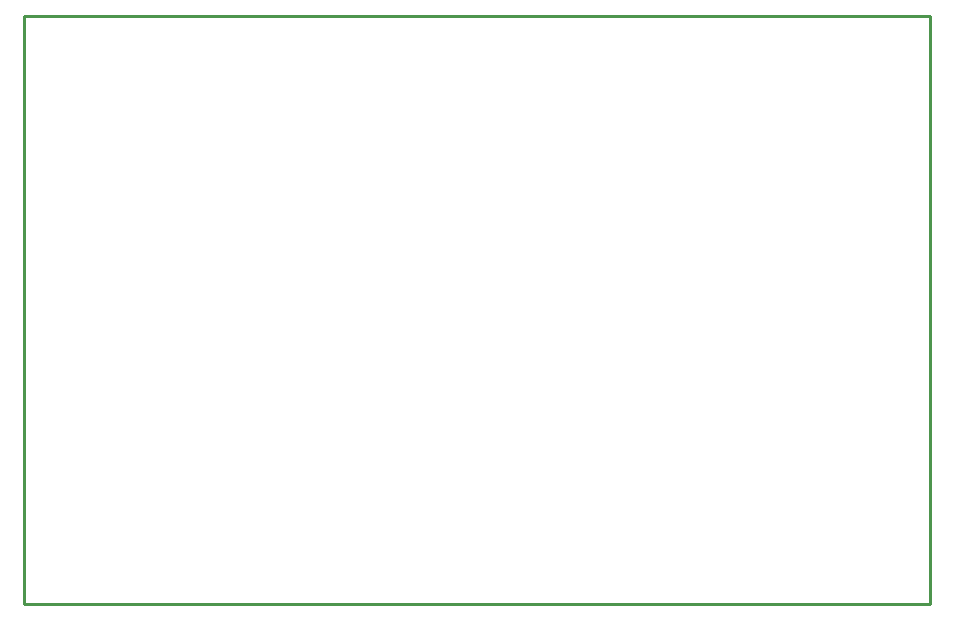
<source format=gko>
G04*
G04 #@! TF.GenerationSoftware,Altium Limited,Altium Designer,19.1.8 (144)*
G04*
G04 Layer_Color=16711935*
%FSLAX25Y25*%
%MOIN*%
G70*
G01*
G75*
%ADD11C,0.01000*%
D11*
X1000Y9000D02*
X303000D01*
X303000Y205000D02*
X303000Y9000D01*
X1000Y205000D02*
X303000D01*
X1000D02*
X1000Y9000D01*
M02*

</source>
